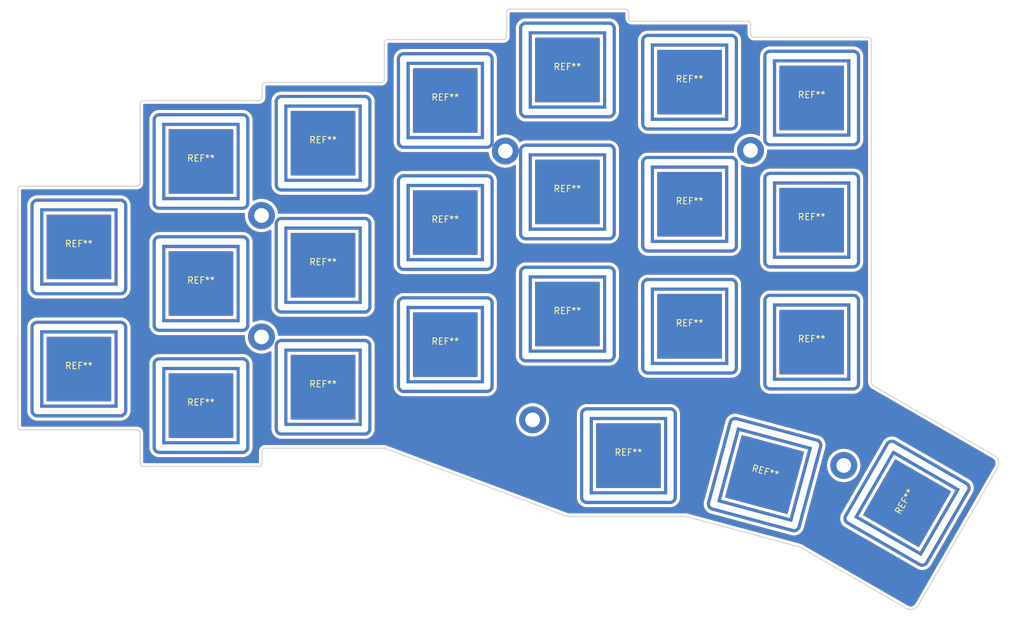
<source format=kicad_pcb>
(kicad_pcb (version 20211014) (generator pcbnew)
  (layers (0 "F.Cu" signal) (31 "B.Cu" signal) (34 "B.Paste" user) (35 "F.Paste" user) (36 "B.SilkS" user "B.Silkscreen") (37 "F.SilkS" user "F.Silkscreen") (38 "B.Mask" user) (39 "F.Mask" user) (44 "Edge.Cuts" user))
  (net 0 "")
  (footprint "keeb:switch hole" (layer "F.Cu") (at 122.859998 89.17)
    (fp_text reference "REF**" (at 0 -0.5 unlocked) (layer "F.SilkS"))
    (fp_text value "switch hole")
    (pad "1" thru_hole oval (at 0 -6.55) (size 15 2) (drill oval 14 1) (layers *.Cu *.Mask))
    (pad "1" thru_hole oval (at 6.55 0) (size 2 15) (drill oval 1 14) (layers *.Cu *.Mask))
    (pad "1" thru_hole oval (at -6.55 0) (size 2 15) (drill oval 1 14) (layers *.Cu *.Mask))
    (pad "1" thru_hole oval (at 0 6.55) (size 15 2) (drill oval 14 1) (layers *.Cu *.Mask))
  )
  (footprint "" (layer "F.Cu") (at 189.530337 71.255502)
    (fp_text reference "" (at 0 0) (layer "F.SilkS") (effects (font (size 1.27 1.27))))
    (fp_text value "" (at 0 0) (layer "F.SilkS") (effects (font (size 1.27 1.27))))
    (pad "" thru_hole circle locked (at 0 0) (size 4.2 4.2) (drill 2.3) (layers *.Cu *.Mask))
  )
  (footprint "keeb:switch hole" (layer "F.Cu") (at 213.94 126.32 60)
    (fp_text reference "REF**" (at 0 -0.5 60 unlocked) (layer "F.SilkS"))
    (fp_text value "switch hole")
    (pad "1" thru_hole oval (at 6.55 0 60) (size 2 15) (drill oval 1 14) (layers *.Cu *.Mask))
    (pad "1" thru_hole oval (at -6.55 0 60) (size 2 15) (drill oval 1 14) (layers *.Cu *.Mask))
    (pad "1" thru_hole oval (at 0 6.55 60) (size 15 2) (drill oval 14 1) (layers *.Cu *.Mask))
    (pad "1" thru_hole oval (at 0 -6.55 60) (size 15 2) (drill oval 14 1) (layers *.Cu *.Mask))
  )
  (footprint "keeb:switch hole" (layer "F.Cu") (at 141.92 101.56)
    (fp_text reference "REF**" (at 0 -0.5 unlocked) (layer "F.SilkS"))
    (fp_text value "switch hole")
    (pad "1" thru_hole oval (at 6.55 0) (size 2 15) (drill oval 1 14) (layers *.Cu *.Mask))
    (pad "1" thru_hole oval (at 0 -6.55) (size 15 2) (drill oval 14 1) (layers *.Cu *.Mask))
    (pad "1" thru_hole oval (at -6.55 0) (size 2 15) (drill oval 1 14) (layers *.Cu *.Mask))
    (pad "1" thru_hole oval (at 0 6.55) (size 15 2) (drill oval 14 1) (layers *.Cu *.Mask))
  )
  (footprint "" (layer "F.Cu") (at 204.070337 120.425503)
    (fp_text reference "" (at 0 0) (layer "F.SilkS") (effects (font (size 1.27 1.27))))
    (fp_text value "" (at 0 0) (layer "F.SilkS") (effects (font (size 1.27 1.27))))
    (pad "" thru_hole circle locked (at 0 0) (size 4.2 4.2) (drill 2.3) (layers *.Cu *.Mask))
  )
  (footprint "" (layer "F.Cu") (at 113.260337 81.405502)
    (fp_text reference "" (at 0 0) (layer "F.SilkS") (effects (font (size 1.27 1.27))))
    (fp_text value "" (at 0 0) (layer "F.SilkS") (effects (font (size 1.27 1.27))))
    (pad "" thru_hole circle locked (at 0 0) (size 4.2 4.2) (drill 2.3) (layers *.Cu *.Mask))
  )
  (footprint "keeb:switch hole" (layer "F.Cu") (at 122.859998 108.220003)
    (fp_text reference "REF**" (at 0 -0.5 unlocked) (layer "F.SilkS"))
    (fp_text value "switch hole")
    (pad "1" thru_hole oval (at 6.55 0) (size 2 15) (drill oval 1 14) (layers *.Cu *.Mask))
    (pad "1" thru_hole oval (at -6.55 0) (size 2 15) (drill oval 1 14) (layers *.Cu *.Mask))
    (pad "1" thru_hole oval (at 0 6.55) (size 15 2) (drill oval 14 1) (layers *.Cu *.Mask))
    (pad "1" thru_hole oval (at 0 -6.55) (size 15 2) (drill oval 14 1) (layers *.Cu *.Mask))
  )
  (footprint "" (layer "F.Cu") (at 155.540339 113.305501)
    (fp_text reference "" (at 0 0) (layer "F.SilkS") (effects (font (size 1.27 1.27))))
    (fp_text value "" (at 0 0) (layer "F.SilkS") (effects (font (size 1.27 1.27))))
    (pad "" thru_hole circle locked (at 0 0) (size 4.2 4.2) (drill 2.3) (layers *.Cu *.Mask))
  )
  (footprint "keeb:switch hole" (layer "F.Cu") (at 160.97 77.74)
    (fp_text reference "REF**" (at 0 -0.5 unlocked) (layer "F.SilkS"))
    (fp_text value "switch hole")
    (pad "1" thru_hole oval (at -6.55 0) (size 2 15) (drill oval 1 14) (layers *.Cu *.Mask))
    (pad "1" thru_hole oval (at 0 -6.55) (size 15 2) (drill oval 14 1) (layers *.Cu *.Mask))
    (pad "1" thru_hole oval (at 6.55 0) (size 2 15) (drill oval 1 14) (layers *.Cu *.Mask))
    (pad "1" thru_hole oval (at 0 6.55) (size 15 2) (drill oval 14 1) (layers *.Cu *.Mask))
  )
  (footprint "keeb:switch hole" (layer "F.Cu") (at 84.769996 105.369998)
    (fp_text reference "REF**" (at 0 -0.5 unlocked) (layer "F.SilkS"))
    (fp_text value "switch hole")
    (pad "1" thru_hole oval (at 6.55 0) (size 2 15) (drill oval 1 14) (layers *.Cu *.Mask))
    (pad "1" thru_hole oval (at 0 -6.55) (size 15 2) (drill oval 14 1) (layers *.Cu *.Mask))
    (pad "1" thru_hole oval (at 0 6.55) (size 15 2) (drill oval 14 1) (layers *.Cu *.Mask))
    (pad "1" thru_hole oval (at -6.55 0) (size 2 15) (drill oval 1 14) (layers *.Cu *.Mask))
  )
  (footprint "" (layer "F.Cu") (at 151.29 71.35)
    (fp_text reference "" (at 0 0) (layer "F.SilkS") (effects (font (size 1.27 1.27))))
    (fp_text value "" (at 0 0) (layer "F.SilkS") (effects (font (size 1.27 1.27))))
    (pad "" thru_hole circle locked (at 0 0) (size 4.2 4.2) (drill 2.3) (layers *.Cu *.Mask))
  )
  (footprint "keeb:switch hole" (layer "F.Cu") (at 199.07 82.13)
    (fp_text reference "REF**" (at 0 -0.5 unlocked) (layer "F.SilkS"))
    (fp_text value "switch hole")
    (pad "1" thru_hole oval (at 6.55 0) (size 2 15) (drill oval 1 14) (layers *.Cu *.Mask))
    (pad "1" thru_hole oval (at -6.55 0) (size 2 15) (drill oval 1 14) (layers *.Cu *.Mask))
    (pad "1" thru_hole oval (at 0 6.55) (size 15 2) (drill oval 14 1) (layers *.Cu *.Mask))
    (pad "1" thru_hole oval (at 0 -6.55) (size 15 2) (drill oval 14 1) (layers *.Cu *.Mask))
  )
  (footprint "keeb:switch hole" (layer "F.Cu") (at 199.07 63.07)
    (fp_text reference "REF**" (at 0 -0.5 unlocked) (layer "F.SilkS"))
    (fp_text value "switch hole")
    (pad "1" thru_hole oval (at 0 -6.55) (size 15 2) (drill oval 14 1) (layers *.Cu *.Mask))
    (pad "1" thru_hole oval (at -6.55 0) (size 2 15) (drill oval 1 14) (layers *.Cu *.Mask))
    (pad "1" thru_hole oval (at 0 6.55) (size 15 2) (drill oval 14 1) (layers *.Cu *.Mask))
    (pad "1" thru_hole oval (at 6.55 0) (size 2 15) (drill oval 1 14) (layers *.Cu *.Mask))
  )
  (footprint "" (layer "F.Cu") (at 113.260338 100.365503)
    (fp_text reference "" (at 0 0) (layer "F.SilkS") (effects (font (size 1.27 1.27))))
    (fp_text value "" (at 0 0) (layer "F.SilkS") (effects (font (size 1.27 1.27))))
    (pad "" thru_hole circle locked (at 0 0) (size 4.2 4.2) (drill 2.3) (layers *.Cu *.Mask))
  )
  (footprint "keeb:switch hole" (layer "F.Cu") (at 122.86 70.12)
    (fp_text reference "REF**" (at 0 -0.5 unlocked) (layer "F.SilkS"))
    (fp_text value "switch hole")
    (pad "1" thru_hole oval (at -6.55 0) (size 2 15) (drill oval 1 14) (layers *.Cu *.Mask))
    (pad "1" thru_hole oval (at 0 -6.55) (size 15 2) (drill oval 14 1) (layers *.Cu *.Mask))
    (pad "1" thru_hole oval (at 6.55 0) (size 2 15) (drill oval 1 14) (layers *.Cu *.Mask))
    (pad "1" thru_hole oval (at 0 6.55) (size 15 2) (drill oval 14 1) (layers *.Cu *.Mask))
  )
  (footprint "keeb:switch hole" (layer "F.Cu") (at 180.02 98.700003)
    (fp_text reference "REF**" (at 0 -0.5 unlocked) (layer "F.SilkS"))
    (fp_text value "switch hole")
    (pad "1" thru_hole oval (at 0 6.55) (size 15 2) (drill oval 14 1) (layers *.Cu *.Mask))
    (pad "1" thru_hole oval (at 0 -6.55) (size 15 2) (drill oval 14 1) (layers *.Cu *.Mask))
    (pad "1" thru_hole oval (at -6.55 0) (size 2 15) (drill oval 1 14) (layers *.Cu *.Mask))
    (pad "1" thru_hole oval (at 6.55 0) (size 2 15) (drill oval 1 14) (layers *.Cu *.Mask))
  )
  (footprint "keeb:switch hole" (layer "F.Cu") (at 160.970002 58.69)
    (fp_text reference "REF**" (at 0 -0.5 unlocked) (layer "F.SilkS"))
    (fp_text value "switch hole")
    (pad "1" thru_hole oval (at 0 6.55) (size 15 2) (drill oval 14 1) (layers *.Cu *.Mask))
    (pad "1" thru_hole oval (at 6.55 0) (size 2 15) (drill oval 1 14) (layers *.Cu *.Mask))
    (pad "1" thru_hole oval (at -6.55 0) (size 2 15) (drill oval 1 14) (layers *.Cu *.Mask))
    (pad "1" thru_hole oval (at 0 -6.55) (size 15 2) (drill oval 14 1) (layers *.Cu *.Mask))
  )
  (footprint "keeb:switch hole" (layer "F.Cu") (at 170.49 118.89)
    (fp_text reference "REF**" (at 0 -0.5 unlocked) (layer "F.SilkS"))
    (fp_text value "switch hole")
    (pad "1" thru_hole oval (at 0 -6.55) (size 15 2) (drill oval 14 1) (layers *.Cu *.Mask))
    (pad "1" thru_hole oval (at -6.55 0) (size 2 15) (drill oval 1 14) (layers *.Cu *.Mask))
    (pad "1" thru_hole oval (at 6.55 0) (size 2 15) (drill oval 1 14) (layers *.Cu *.Mask))
    (pad "1" thru_hole oval (at 0 6.55) (size 15 2) (drill oval 14 1) (layers *.Cu *.Mask))
  )
  (footprint "keeb:switch hole" (layer "F.Cu") (at 103.809996 111.079997)
    (fp_text reference "REF**" (at 0 -0.5 unlocked) (layer "F.SilkS"))
    (fp_text value "switch hole")
    (pad "1" thru_hole oval (at 0 -6.55) (size 15 2) (drill oval 14 1) (layers *.Cu *.Mask))
    (pad "1" thru_hole oval (at 6.55 0) (size 2 15) (drill oval 1 14) (layers *.Cu *.Mask))
    (pad "1" thru_hole oval (at 0 6.55) (size 15 2) (drill oval 14 1) (layers *.Cu *.Mask))
    (pad "1" thru_hole oval (at -6.55 0) (size 2 15) (drill oval 1 14) (layers *.Cu *.Mask))
  )
  (footprint "keeb:switch hole" (layer "F.Cu") (at 141.920002 63.459997)
    (fp_text reference "REF**" (at 0 -0.5 unlocked) (layer "F.SilkS"))
    (fp_text value "switch hole")
    (pad "1" thru_hole oval (at 6.55 0) (size 2 15) (drill oval 1 14) (layers *.Cu *.Mask))
    (pad "1" thru_hole oval (at 0 6.55) (size 15 2) (drill oval 14 1) (layers *.Cu *.Mask))
    (pad "1" thru_hole oval (at 0 -6.55) (size 15 2) (drill oval 14 1) (layers *.Cu *.Mask))
    (pad "1" thru_hole oval (at -6.55 0) (size 2 15) (drill oval 1 14) (layers *.Cu *.Mask))
  )
  (footprint "keeb:switch hole" (layer "F.Cu") (at 103.809998 72.979994)
    (fp_text reference "REF**" (at 0 -0.5 unlocked) (layer "F.SilkS"))
    (fp_text value "switch hole")
    (pad "1" thru_hole oval (at -6.55 0) (size 2 15) (drill oval 1 14) (layers *.Cu *.Mask))
    (pad "1" thru_hole oval (at 6.55 0) (size 2 15) (drill oval 1 14) (layers *.Cu *.Mask))
    (pad "1" thru_hole oval (at 0 -6.55) (size 15 2) (drill oval 14 1) (layers *.Cu *.Mask))
    (pad "1" thru_hole oval (at 0 6.55) (size 15 2) (drill oval 14 1) (layers *.Cu *.Mask))
  )
  (footprint "keeb:switch hole" (layer "F.Cu") (at 141.92 82.509997)
    (fp_text reference "REF**" (at 0 -0.5 unlocked) (layer "F.SilkS"))
    (fp_text value "switch hole")
    (pad "1" thru_hole oval (at 0 6.55) (size 15 2) (drill oval 14 1) (layers *.Cu *.Mask))
    (pad "1" thru_hole oval (at 6.55 0) (size 2 15) (drill oval 1 14) (layers *.Cu *.Mask))
    (pad "1" thru_hole oval (at 0 -6.55) (size 15 2) (drill oval 14 1) (layers *.Cu *.Mask))
    (pad "1" thru_hole oval (at -6.55 0) (size 2 15) (drill oval 1 14) (layers *.Cu *.Mask))
  )
  (footprint "keeb:switch hole" (layer "F.Cu") (at 103.809996 92.029994)
    (fp_text reference "REF**" (at 0 -0.5 unlocked) (layer "F.SilkS"))
    (fp_text value "switch hole")
    (pad "1" thru_hole oval (at 0 6.55) (size 15 2) (drill oval 14 1) (layers *.Cu *.Mask))
    (pad "1" thru_hole oval (at 6.55 0) (size 2 15) (drill oval 1 14) (layers *.Cu *.Mask))
    (pad "1" thru_hole oval (at 0 -6.55) (size 15 2) (drill oval 14 1) (layers *.Cu *.Mask))
    (pad "1" thru_hole oval (at -6.55 0) (size 2 15) (drill oval 1 14) (layers *.Cu *.Mask))
  )
  (footprint "keeb:switch hole" (layer "F.Cu") (at 84.769995 86.32)
    (fp_text reference "REF**" (at 0 -0.5 unlocked) (layer "F.SilkS"))
    (fp_text value "switch hole")
    (pad "1" thru_hole oval (at 6.55 0) (size 2 15) (drill oval 1 14) (layers *.Cu *.Mask))
    (pad "1" thru_hole oval (at 0 6.55) (size 15 2) (drill oval 14 1) (layers *.Cu *.Mask))
    (pad "1" thru_hole oval (at -6.55 0) (size 2 15) (drill oval 1 14) (layers *.Cu *.Mask))
    (pad "1" thru_hole oval (at 0 -6.55) (size 15 2) (drill oval 14 1) (layers *.Cu *.Mask))
  )
  (footprint "keeb:switch hole" (layer "F.Cu") (at 180.02 79.65)
    (fp_text reference "REF**" (at 0 -0.5 unlocked) (layer "F.SilkS"))
    (fp_text value "switch hole")
    (pad "1" thru_hole oval (at -6.55 0) (size 2 15) (drill oval 1 14) (layers *.Cu *.Mask))
    (pad "1" thru_hole oval (at 6.55 0) (size 2 15) (drill oval 1 14) (layers *.Cu *.Mask))
    (pad "1" thru_hole oval (at 0 6.55) (size 15 2) (drill oval 14 1) (layers *.Cu *.Mask))
    (pad "1" thru_hole oval (at 0 -6.55) (size 15 2) (drill oval 14 1) (layers *.Cu *.Mask))
  )
  (footprint "keeb:switch hole" (layer "F.Cu") (at 160.97 96.790003)
    (fp_text reference "REF**" (at 0 -0.5 unlocked) (layer "F.SilkS"))
    (fp_text value "switch hole")
    (pad "1" thru_hole oval (at -6.55 0) (size 2 15) (drill oval 1 14) (layers *.Cu *.Mask))
    (pad "1" thru_hole oval (at 0 -6.55) (size 15 2) (drill oval 14 1) (layers *.Cu *.Mask))
    (pad "1" thru_hole oval (at 0 6.55) (size 15 2) (drill oval 14 1) (layers *.Cu *.Mask))
    (pad "1" thru_hole oval (at 6.55 0) (size 2 15) (drill oval 1 14) (layers *.Cu *.Mask))
  )
  (footprint "keeb:switch hole" (layer "F.Cu") (at 180.020002 60.6)
    (fp_text reference "REF**" (at 0 -0.5 unlocked) (layer "F.SilkS"))
    (fp_text value "switch hole")
    (pad "1" thru_hole oval (at 0 6.55) (size 15 2) (drill oval 14 1) (layers *.Cu *.Mask))
    (pad "1" thru_hole oval (at -6.55 0) (size 2 15) (drill oval 1 14) (layers *.Cu *.Mask))
    (pad "1" thru_hole oval (at 0 -6.55) (size 15 2) (drill oval 14 1) (layers *.Cu *.Mask))
    (pad "1" thru_hole oval (at 6.55 0) (size 2 15) (drill oval 1 14) (layers *.Cu *.Mask))
  )
  (footprint "keeb:switch hole" (layer "F.Cu") (at 199.07 101.17)
    (fp_text reference "REF**" (at 0 -0.5 unlocked) (layer "F.SilkS"))
    (fp_text value "switch hole")
    (pad "1" thru_hole oval (at 6.55 0) (size 2 15) (drill oval 1 14) (layers *.Cu *.Mask))
    (pad "1" thru_hole oval (at 0 -6.55) (size 15 2) (drill oval 14 1) (layers *.Cu *.Mask))
    (pad "1" thru_hole oval (at 0 6.55) (size 15 2) (drill oval 14 1) (layers *.Cu *.Mask))
    (pad "1" thru_hole oval (at -6.55 0) (size 2 15) (drill oval 1 14) (layers *.Cu *.Mask))
  )
  (footprint "keeb:switch hole" (layer "F.Cu") (at 191.73 121.85 -15)
    (fp_text reference "REF**" (at 0 -0.5 -15 unlocked) (layer "F.SilkS"))
    (fp_text value "switch hole")
    (pad "1" thru_hole oval (at 0 -6.55 345) (size 15 2) (drill oval 14 1) (layers *.Cu *.Mask))
    (pad "1" thru_hole oval (at 0 6.55 345) (size 15 2) (drill oval 14 1) (layers *.Cu *.Mask))
    (pad "1" thru_hole oval (at -6.55 0 345) (size 2 15) (drill oval 1 14) (layers *.Cu *.Mask))
    (pad "1" thru_hole oval (at 6.55 0 345) (size 2 15) (drill oval 1 14) (layers *.Cu *.Mask))
  )
  (gr_arc (start 132.414995 60.124999) (mid 132.268549 60.47855) (end 131.914999 60.624999) (layer "Edge.Cuts") (width 0.15))
  (gr_line (start 113.365003 62.9775) (end 113.365 61.124997) (layer "Edge.Cuts") (width 0.15))
  (gr_arc (start 113.365 61.124997) (mid 113.511448 60.771446) (end 113.865 60.624998) (layer "Edge.Cuts") (width 0.15))
  (gr_arc (start 94.314999 63.977496) (mid 94.461445 63.623941) (end 94.815001 63.477498) (layer "Edge.Cuts") (width 0.15))
  (gr_line (start 179.350001 128.39) (end 161.160001 128.39) (layer "Edge.Cuts") (width 0.15))
  (gr_line (start 227.638441 118.925371) (end 208.717932 108.003383) (layer "Edge.Cuts") (width 0.15))
  (gr_arc (start 207.87 53.58) (mid 208.222519 53.726875) (end 208.367932 54.08) (layer "Edge.Cuts") (width 0.15))
  (gr_arc (start 75.265002 77.317493) (mid 75.411451 76.963941) (end 75.765004 76.817494) (layer "Edge.Cuts") (width 0.15))
  (gr_line (start 75.265001 114.367497) (end 75.265002 77.317493) (layer "Edge.Cuts") (width 0.15))
  (gr_line (start 75.765002 114.867497) (end 93.815003 114.867496) (layer "Edge.Cuts") (width 0.15))
  (gr_line (start 160.744709 128.299688) (end 132.415 117.727502) (layer "Edge.Cuts") (width 0.15))
  (gr_arc (start 113.364996 118.227499) (mid 113.511445 117.873943) (end 113.865003 117.727499) (layer "Edge.Cuts") (width 0.15))
  (gr_line (start 197.020001 133.1) (end 179.640001 128.44) (layer "Edge.Cuts") (width 0.15))
  (gr_line (start 208.367932 56.778383) (end 208.365214 107.338575) (layer "Edge.Cuts") (width 0.15))
  (gr_line (start 208.367932 54.08) (end 208.367932 56.778383) (layer "Edge.Cuts") (width 0.15))
  (gr_arc (start 132.415001 54.454997) (mid 132.561448 54.101444) (end 132.915003 53.954999) (layer "Edge.Cuts") (width 0.15))
  (gr_arc (start 179.350001 128.39) (mid 179.496866 128.404184) (end 179.640001 128.44) (layer "Edge.Cuts") (width 0.15))
  (gr_line (start 94.315005 76.317497) (end 94.314999 63.977496) (layer "Edge.Cuts") (width 0.15))
  (gr_arc (start 208.717932 108.003383) (mid 208.464025 107.712123) (end 208.365214 107.338575) (layer "Edge.Cuts") (width 0.15))
  (gr_line (start 170.515004 49.694997) (end 170.515002 50.594996) (layer "Edge.Cuts") (width 0.15))
  (gr_line (start 94.315003 115.367496) (end 94.315002 120.0775) (layer "Edge.Cuts") (width 0.15))
  (gr_line (start 171.015002 51.094997) (end 189.065004 51.094998) (layer "Edge.Cuts") (width 0.15))
  (gr_arc (start 170.015002 49.194995) (mid 170.368557 49.341442) (end 170.515004 49.694997) (layer "Edge.Cuts") (width 0.15))
  (gr_arc (start 93.815003 114.867496) (mid 94.168556 115.013943) (end 94.315003 115.367496) (layer "Edge.Cuts") (width 0.15))
  (gr_line (start 113.865 60.624998) (end 131.914999 60.624999) (layer "Edge.Cuts") (width 0.15))
  (gr_line (start 190.065004 53.574998) (end 207.87 53.58) (layer "Edge.Cuts") (width 0.15))
  (gr_line (start 132.915003 53.954999) (end 150.965005 53.955) (layer "Edge.Cuts") (width 0.15))
  (gr_arc (start 161.160001 128.39) (mid 160.947509 128.367127) (end 160.744709 128.299688) (layer "Edge.Cuts") (width 0.15))
  (gr_line (start 113.865003 117.727499) (end 132.415 117.727502) (layer "Edge.Cuts") (width 0.15))
  (gr_line (start 215.665195 142.309848) (end 228.017932 120.853383) (layer "Edge.Cuts") (width 0.15))
  (gr_arc (start 113.365003 62.9775) (mid 113.218556 63.331052) (end 112.865004 63.477498) (layer "Edge.Cuts") (width 0.15))
  (gr_arc (start 190.065004 53.574998) (mid 189.711451 53.42855) (end 189.565 53.074998) (layer "Edge.Cuts") (width 0.15))
  (gr_arc (start 189.065004 51.094998) (mid 189.418553 51.241448) (end 189.564998 51.594999) (layer "Edge.Cuts") (width 0.15))
  (gr_arc (start 197.020001 133.1) (mid 197.21788 133.161287) (end 197.400001 133.26) (layer "Edge.Cuts") (width 0.15))
  (gr_arc (start 94.315005 76.317497) (mid 94.168559 76.671052) (end 93.815003 76.817496) (layer "Edge.Cuts") (width 0.15))
  (gr_arc (start 171.015002 51.094997) (mid 170.661448 50.948551) (end 170.515002 50.594996) (layer "Edge.Cuts") (width 0.15))
  (gr_line (start 189.564998 51.594999) (end 189.565 53.074998) (layer "Edge.Cuts") (width 0.15))
  (gr_arc (start 94.815002 120.577498) (mid 94.461448 120.431054) (end 94.315002 120.0775) (layer "Edge.Cuts") (width 0.15))
  (gr_line (start 75.765004 76.817494) (end 93.815003 76.817496) (layer "Edge.Cuts") (width 0.15))
  (gr_arc (start 227.638441 118.925371) (mid 228.228593 119.810565) (end 228.017932 120.853383) (layer "Edge.Cuts") (width 0.15))
  (gr_line (start 113.365 120.077497) (end 113.364996 118.227499) (layer "Edge.Cuts") (width 0.15))
  (gr_line (start 94.815001 63.477498) (end 112.865004 63.477498) (layer "Edge.Cuts") (width 0.15))
  (gr_line (start 151.964998 49.194997) (end 170.015002 49.194995) (layer "Edge.Cuts") (width 0.15))
  (gr_line (start 94.815002 120.577498) (end 112.865 120.577499) (layer "Edge.Cuts") (width 0.15))
  (gr_line (start 151.465004 53.454998) (end 151.464996 49.694997) (layer "Edge.Cuts") (width 0.15))
  (gr_line (start 213.737183 142.689339) (end 197.400001 133.26) (layer "Edge.Cuts") (width 0.15))
  (gr_arc (start 215.665195 142.309848) (mid 214.780001 142.9) (end 213.737183 142.689339) (layer "Edge.Cuts") (width 0.15))
  (gr_arc (start 75.765002 114.867497) (mid 75.411448 114.721051) (end 75.265001 114.367497) (layer "Edge.Cuts") (width 0.15))
  (gr_arc (start 113.365 120.077497) (mid 113.218554 120.431052) (end 112.865 120.577499) (layer "Edge.Cuts") (width 0.15))
  (gr_line (start 132.414995 60.124999) (end 132.415001 54.454997) (layer "Edge.Cuts") (width 0.15))
  (gr_arc (start 151.464996 49.694997) (mid 151.611445 49.341444) (end 151.964998 49.194997) (layer "Edge.Cuts") (width 0.15))
  (gr_arc (start 151.465004 53.454998) (mid 151.318559 53.808553) (end 150.965005 53.955) (layer "Edge.Cuts") (width 0.15))
  (gr_text "" (at 189.530337 71.255502) (layer "F.SilkS") (effects (font (size 1.27 1.27))))
  (zone (net 0) (net_name "") (layers F&B.Cu) (connect_pads (clearance 0.508)) (min_thickness 0.254) (fill yes (thermal_gap 0.508) (thermal_bridge_width 0.508))
    (polygon (pts (xy 172.52 47.77) (xy 172.51 49.15) (xy 190.26 48.8) (xy 191.47 51.93) (xy 210.44 51.58) (xy 210.09 106.22) (xy 232.19 118.57) (xy 214.79 146.75) (xy 194.95 135.44) (xy 178.08 130.05) (xy 158.07 129.7) (xy 130.58 119.09) (xy 115.09 118.74) (xy 113.53 122.4) (xy 92.48 121.87) (xy 92.48 116.31) (xy 73.16 115.96) (xy 72.47 74.03) (xy 91.61 74.55) (xy 92.3 60.98) (xy 111.44 61.33) (xy 111.44 58.02) (xy 131.1 58.2) (xy 130.75 51.76) (xy 149.54 51.93) (xy 149.53 47.77)))
  )
)
</source>
